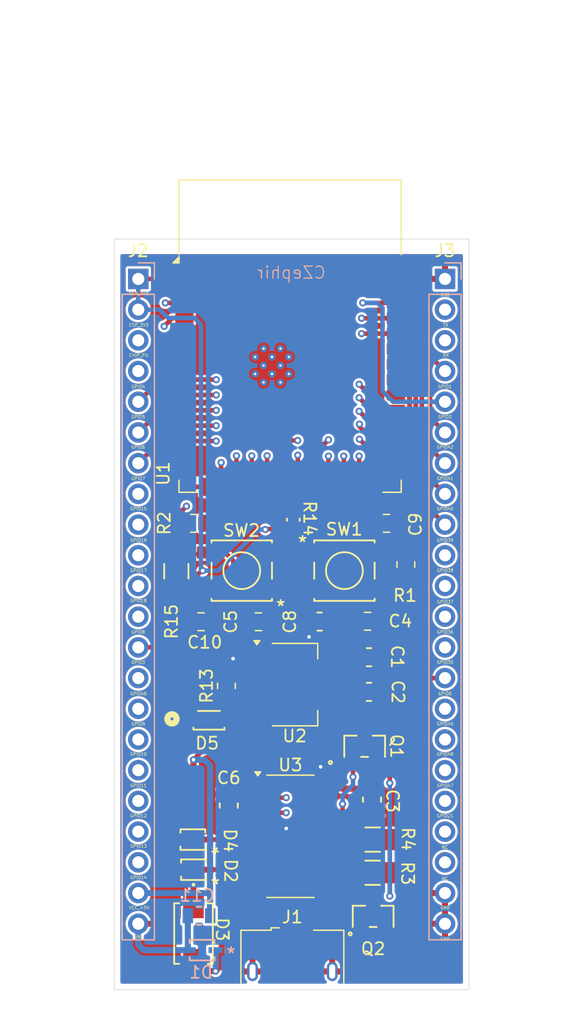
<source format=kicad_pcb>
(kicad_pcb (version 20240108) (generator "pcbnew") (generator_version "8.0")
  (layers (0 "F.Cu" signal) (1 "In1.Cu" signal) (2 "In2.Cu" signal) (31 "B.Cu" signal) (34 "B.Paste" user) (35 "F.Paste" user) (36 "B.SilkS" user "B.Silkscreen") (37 "F.SilkS" user "F.Silkscreen") (38 "B.Mask" user) (39 "F.Mask" user) (44 "Edge.Cuts" user))
  (net 0 "")
  (net 1 "VCC_5V")
  (net 2 "GND")
  (net 3 "+3V3")
  (net 4 "/GPIO0")
  (net 5 "/CHIP_PU")
  (net 6 "VBUS")
  (net 7 "/USB_D+")
  (net 8 "/USB_D-")
  (net 9 "Net-(D5-A)")
  (net 11 "/GPIO17")
  (net 12 "/GPIO10")
  (net 13 "/GPIO13")
  (net 14 "ESP_3V3")
  (net 15 "/GPIO18")
  (net 16 "/GPIO16")
  (net 17 "/GPIO14")
  (net 18 "/GPIO6")
  (net 19 "/GPIO12")
  (net 20 "/GPIO3")
  (net 21 "/GPIO46")
  (net 22 "/GPIO9")
  (net 23 "/GPIO7")
  (net 24 "/GPIO15")
  (net 25 "/GPIO8")
  (net 26 "/GPIO11")
  (net 27 "/GPIO4")
  (net 28 "/GPIO5")
  (net 29 "/GPIO2")
  (net 30 "/GPIO20")
  (net 31 "/GPIO42")
  (net 32 "/GPIO38")
  (net 33 "/GPIO36")
  (net 34 "/GPIO39")
  (net 35 "/GPIO19")
  (net 36 "/GPIO21")
  (net 37 "/GPIO37")
  (net 38 "/GPIO35")
  (net 39 "/GPIO1")
  (net 40 "/U0TXD")
  (net 41 "/GPIO48")
  (net 42 "/GPIO45")
  (net 43 "/GPIO47")
  (net 44 "/U0RXD")
  (net 45 "/GPIO40")
  (net 46 "/GPIO41")
  (net 51 "Net-(Q1-B)")
  (net 52 "Net-(Q1-E)")
  (net 53 "Net-(Q2-B)")
  (net 61 "Net-(D2-K)")
  (net 62 "Net-(D4-K)")
  (net 63 "Net-(Q2-E)")
  (footprint "FootprintLibrary:R_10k(1%)" (layer "F.Cu") (at 121.0056 89.7636)
    (property "Reference" "R3")
    (property "Value" "10k")
  )
  (footprint "Package_SO:SOIC-16_3.9x9.9mm_P1.27mm" (layer "F.Cu") (at 114.2 86.75)
    (property "Reference" "U3")
    (property "Value" "CH340C")
  )
  (footprint "FootprintLibrary:Schottky" (layer "F.Cu") (at 106.172 94.7928 -90)
    (property "Reference" "D3")
    (property "Value" "~")
  )
  (footprint "FootprintLibrary:R_0" (layer "F.Cu") (at 114.4397 60.5536 -90)
    (property "Reference" "R14")
    (property "Value" "0(1%)")
  )
  (footprint "Connector_USB:USB_Micro-B_Amphenol_10118193-0002LF_Horizontal" (layer "F.Cu") (at 114.36 97.93)
    (property "Reference" "J1")
    (property "Value" "USB_B_Micro")
  )
  (footprint "Capacitor_SMD:C_0805_2012Metric" (layer "F.Cu") (at 111.55 69 180)
    (property "Reference" "C5")
    (property "Value" "0.1uF")
  )
  (footprint "FootprintLibrary:C_size0805" (layer "F.Cu") (at 116.6114 68.985)
    (property "Reference" "C8")
    (property "Value" "10uF")
  )
  (footprint "FootprintLibrary:PTS 647 SN50 SMTR2 LFS" (layer "F.Cu") (at 110.1688 64.77 180)
    (property "Reference" "SW2")
    (property "Value" "~")
  )
  (footprint "FootprintLibrary:BSR14" (layer "F.Cu") (at 121.049999 93.3704)
    (property "Reference" "Q2")
    (property "Value" "2N2219")
  )
  (footprint "Resistor_SMD:R_0805_2012Metric" (layer "F.Cu") (at 123.7578 64.262 90)
    (property "Reference" "R1")
    (property "Value" "5.1k(1%)")
  )
  (footprint "FootprintLibrary:C_10uF" (layer "F.Cu") (at 120.7008 71.9328)
    (property "Reference" "C1")
    (property "Value" "10uF")
  )
  (footprint "FootprintLibrary:R_10k(1%)" (layer "F.Cu") (at 121.0056 87.0204)
    (property "Reference" "R4")
    (property "Value" "10k")
  )
  (footprint "FootprintLibrary:C_size0805" (layer "F.Cu") (at 120.7 74.8)
    (property "Reference" "C2")
    (property "Value" "22uF")
  )
  (footprint "FootprintLibrary:R_10k(1%)" (layer "F.Cu") (at 104.7496 64.8208 90)
    (property "Reference" "R15")
    (property "Value" "10K(1%)")
  )
  (footprint "Resistor_SMD:R_0805_2012Metric" (layer "F.Cu") (at 108.9 74.3 90)
    (property "Reference" "R13")
    (property "Value" "5.1k(1%)")
  )
  (footprint "Capacitor_SMD:C_0805_2012Metric" (layer "F.Cu") (at 122.1613 60.857)
    (property "Reference" "C9")
    (property "Value" "0.1uF")
  )
  (footprint "FootprintLibrary:PTS 647 SN50 SMTR2 LFS" (layer "F.Cu") (at 118.6688 64.77)
    (property "Reference" "SW1")
    (property "Value" "~")
  )
  (footprint "Capacitor_SMD:C_0805_2012Metric" (layer "F.Cu") (at 106.8 69 180)
    (property "Reference" "C10")
    (property "Value" "1uF")
  )
  (footprint "RF_Module:ESP32-S3-WROOM-1" (layer "F.Cu") (at 114.173 45.339)
    (property "Reference" "U1")
    (property "Value" "ESP32-S3-WROOM-1")
  )
  (footprint "FootprintLibrary:CR_041-1JY_STM" (layer "F.Cu") (at 106.1212 87.0204 180)
    (property "Reference" "D4")
    (property "Value" "SMA6J58CA-Q")
  )
  (footprint "Package_TO_SOT_SMD:SOT-223-3_TabPin2" (layer "F.Cu") (at 114.55 74.2)
    (property "Reference" "U2")
    (property "Value" "AZ1117-3.3")
  )
  (footprint "FootprintLibrary:C_size0805" (layer "F.Cu") (at 109.093 84.201 90)
    (property "Reference" "C6")
    (property "Value" "100nF")
  )
  (footprint "FootprintLibrary:CR_041-1JY_STM" (layer "F.Cu") (at 106.172 89.5096 180)
    (property "Reference" "D2")
    (property "Value" "SMA6J58CA-Q")
  )
  (footprint "FootprintLibrary:BSR14" (layer "F.Cu") (at 120.3452 79.2988)
    (property "Reference" "Q1")
    (property "Value" "2N2219")
  )
  (footprint "Resistor_SMD:R_0805_2012Metric" (layer "F.Cu") (at 106.1593 60.857)
    (property "Reference" "R2")
    (property "Value" "5.1k(1%)")
  )
  (footprint "Capacitor_SMD:C_0805_2012Metric" (layer "F.Cu") (at 120.5828 68.961)
    (property "Reference" "C4")
    (property "Value" "0.1uF")
  )
  (footprint "FootprintLibrary:LED_R" (layer "F.Cu") (at 107.45 77.15)
    (property "Reference" "D5")
    (property "Value" "LED")
  )
  (footprint "FootprintLibrary:C_size0805" (layer "F.Cu") (at 120.9548 83.7184 -90)
    (property "Reference" "C3")
    (property "Value" "100nF")
  )
  (footprint "FootprintLibrary:CR_041-1JY_STM" (layer "B.Cu") (at 106.8832 96.1644 180)
    (property "Reference" "D1")
    (property "Value" "SMA6J58CA-Q")
  )
  (footprint "Connector_PinHeader_2.54mm:PinHeader_1x22_P2.54mm_Vertical" (layer "B.Cu") (at 127 40.64 180)
    (property "Reference" "J3")
    (property "Value" "Conn_01x22_Pin")
  )
  (footprint "Connector_PinHeader_2.54mm:PinHeader_1x22_P2.54mm_Vertical" (layer "B.Cu") (at 101.6 40.64 180)
    (property "Reference" "J2")
    (property "Value" "Conn_01x22_Pin")
  )
  (footprint "FootprintLibrary:C_10uF" (layer "B.Cu") (at 106.6292 93.3196 180)
    (property "Reference" "C11")
    (property "Value" "10uF")
  )
  (gr_rect (start 99.6188 37.338) (end 128.9812 99.441) (stroke (width 0.05)) (fill none) (layer "Edge.Cuts"))
  (gr_text "CZephir" (at 117.2 40.7 0) (layer "B.SilkS") (effects (font (size 1 1) (thickness 0.1)) (justify left bottom mirror)))
  (gr_text "GPIO4" (at 101 49.7 0) (layer "F.SilkS") (effects (font (size 0.254 0.254) (thickness 0.0381) (bold yes)) (justify left bottom)))
  (gr_text "TX" (at 126.8 44.6 0) (layer "F.SilkS") (effects (font (size 0.254 0.254) (thickness 0.0381)) (justify left bottom)))
  (gr_text "GPIO15" (at 100.9 59.8 0) (layer "F.SilkS") (effects (font (size 0.254 0.254) (thickness 0.0381) (bold yes)) (justify left bottom)))
  (gr_text "GPIO47" (at 126.3 82.7 0) (layer "F.SilkS") (effects (font (size 0.254 0.254) (thickness 0.0381)) (justify left bottom)))
  (gr_text "ESP_3V3" (at 100.8 44.6 0) (layer "F.SilkS") (effects (font (size 0.254 0.254) (thickness 0.0381) (bold yes)) (justify left bottom)))
  (gr_text "GPIO37" (at 126.3 67.5 0) (layer "F.SilkS") (effects (font (size 0.254 0.254) (thickness 0.0381)) (justify left bottom)))
  (gr_text "GPIO41" (at 126.3 57.3 0) (layer "F.SilkS") (effects (font (size 0.254 0.254) (thickness 0.0381)) (justify left bottom)))
  (gr_text "GPIO1" (at 126.4 49.7 0) (layer "F.SilkS") (effects (font (size 0.254 0.254) (thickness 0.0381)) (justify left bottom)))
  (gr_text "ESP_3V3" (at 100.8 42 0) (layer "F.SilkS") (effects (font (size 0.254 0.254) (thickness 0.0381) (bold yes)) (justify left bottom)))
  (gr_text "GPIO16" (at 100.9 62.4 0) (layer "F.SilkS") (effects (font (size 0.254 0.254) (thickness 0.0381) (bold yes)) (justify left bottom)))
  (gr_text "GPIO12" (at 100.9 85.2 0) (layer "F.SilkS") (effects (font (size 0.254 0.254) (thickness 0.0381) (bold yes)) (justify left bottom)))
  (gr_text "GPIO38" (at 126.3 64.9 0) (layer "F.SilkS") (effects (font (size 0.254 0.254) (thickness 0.0381)) (justify left bottom)))
  (gr_text "GPIO21" (at 126.3 85.2 0) (layer "F.SilkS") (effects (font (size 0.254 0.254) (thickness 0.0381)) (justify left bottom)))
  (gr_text "VCC_+5V" (at 100.8 92.8 0) (layer "F.SilkS") (effects (font (size 0.254 0.254) (thickness 0.0381) (bold yes)) (justify left bottom)))
  (gr_text "GPIO0" (at 126.4 75.1 0) (layer "F.SilkS") (effects (font (size 0.254 0.254) (thickness 0.0381)) (justify left bottom)))
  (gr_text "GPIO17" (at 100.9 64.9 0) (layer "F.SilkS") (effects (font (size 0.254 0.254) (thickness 0.0381) (bold yes)) (justify left bottom)))
  (gr_text "GPIO13\n" (at 100.9 87.7 0) (layer "F.SilkS") (effects (font (size 0.254 0.254) (thickness 0.0381) (bold yes)) (justify left bottom)))
  (gr_text "GPIO35" (at 126.3 72.5 0) (layer "F.SilkS") (effects (font (size 0.254 0.254) (thickness 0.0381)) (justify left bottom)))
  (gr_text "GPIO11" (at 100.9 82.7 0) (layer "F.SilkS") (effects (font (size 0.254 0.254) (thickness 0.0381) (bold yes)) (justify left bottom)))
  (gr_text "GPIO9" (at 101 77.6 0) (layer "F.SilkS") (effects (font (size 0.254 0.254) (thickness 0.0381) (bold yes)) (justify left bottom)))
  (gr_text "GPIO36" (at 126.3 70 0) (layer "F.SilkS") (effects (font (size 0.254 0.254) (thickness 0.0381)) (justify left bottom)))
  (gr_text "GPIO8" (at 101 70 0) (layer "F.SilkS") (effects (font (size 0.254 0.254) (thickness 0.0381) (bold yes)) (justify left bottom)))
  (gr_text "GPIO18" (at 100.9 67.4 0) (layer "F.SilkS") (effects (font (size 0.254 0.254) (thickness 0.0381) (bold yes)) (justify left bottom)))
  (gr_text "GND" (at 126.6 92.8 0) (layer "F.SilkS") (effects (font (size 0.254 0.254) (thickness 0.0381) (bold yes)) (justify left bottom)))
  (gr_text "GND" (at 126.6 95.4 0) (layer "F.SilkS") (effects (font (size 0.254 0.254) (thickness 0.0381) (bold yes)) (justify left bottom)))
  (gr_text "GPIO42" (at 126.3 54.7 0) (layer "F.SilkS") (effects (font (size 0.254 0.254) (thickness 0.0381)) (justify left bottom)))
  (gr_text "GPIO10" (at 100.9 80.1 0) (layer "F.SilkS") (effects (font (size 0.254 0.254) (thickness 0.0381) (bold yes)) (justify left bottom)))
  (gr_text "GPIO46" (at 100.9 75.1 0) (layer "F.SilkS") (effects (font (size 0.254 0.254) (thickness 0.0381) (bold yes)) (justify left bottom)))
  (gr_text "GND" (at 126.6 42.1 0) (layer "F.SilkS") (effects (font (size 0.254 0.254) (thickness 0.0381) (bold yes)) (justify left bottom)))
  (gr_text "GPIO6" (at 101 54.7 0) (layer "F.SilkS") (effects (font (size 0.254 0.254) (thickness 0.0381) (bold yes)) (justify left bottom)))
  (gr_text "GPIO48" (at 126.3 80.1 0) (layer "F.SilkS") (effects (font (size 0.254 0.254) (thickness 0.0381)) (justify left bottom)))
  (gr_text "GPIO45" (at 126.3 77.6 0) (layer "F.SilkS") (effects (font (size 0.254 0.254) (thickness 0.0381)) (justify left bottom)))
  (gr_text "GND" (at 101.2 95.2 0) (layer "F.SilkS") (effects (font (size 0.254 0.254) (thickness 0.0381) (bold yes)) (justify left bottom)))
  (gr_text "RX" (at 126.8 47.1 0) (layer "F.SilkS") (effects (font (size 0.254 0.254) (thickness 0.0381)) (justify left bottom)))
  (gr_text "GPIO3" (at 101 72.5 0) (layer "F.SilkS") (effects (font (size 0.254 0.254) (thickness 0.0381) (bold yes)) (justify left bottom)))
  (gr_text "GPIO39" (at 126.3 62.4 0) (layer "F.SilkS") (effects (font (size 0.254 0.254) (thickness 0.0381)) (justify left bottom)))
  (gr_text "NC" (at 126.7 90.4 0) (layer "F.SilkS") (effects (font (size 0.254 0.254) (thickness 0.0381)) (justify left bottom)))
  (gr_text "GPIO2" (at 126.4 52.2 0) (layer "F.SilkS") (effects (font (size 0.254 0.254) (thickness 0.0381)) (justify left bottom)))
  (gr_text "GPIO7" (at 101 57.3 0) (layer "F.SilkS") (effects (font (size 0.254 0.254) (thickness 0.0381) (bold yes)) (justify left bottom)))
  (gr_text "GPIO14\n" (at 100.9 90.3 0) (layer "F.SilkS") (effects (font (size 0.254 0.254) (thickness 0.0381) (bold yes)) (justify left bottom)))
  (gr_text "GPIO40" (at 126.3 59.8 0) (layer "F.SilkS") (effects (font (size 0.254 0.254) (thickness 0.0381)) (justify left bottom)))
  (gr_text "GPIO5\n" (at 101 52.2 0) (layer "F.SilkS") (effects (font (size 0.254 0.254) (thickness 0.0381) (bold yes)) (justify left bottom)))
  (gr_text "CHIP_PU" (at 100.8 47.1 0) (layer "F.SilkS") (effects (font (size 0.254 0.254) (thickness 0.0381) (bold yes)) (justify left bottom)))
  (gr_text "NC" (at 126.7 87.8 0) (layer "F.SilkS") (effects (font (size 0.254 0.254) (thickness 0.0381)) (justify left bottom)))
  (segment (start 119.7832 70.92) (end 122.42 70.92) (width 0.381) (layer "F.Cu") (net 1))
  (segment (start 119.7737 70.9295) (end 119.7832 70.92) (width 0.381) (layer "F.Cu") (net 1))
  (segment (start 123.5 72) (end 123.5 76.55) (width 0.381) (layer "F.Cu") (net 1))
  (segment (start 119.7737 71.9328) (end 119.7737 70.9295) (width 0.381) (layer "F.Cu") (net 1))
  (segment (start 123.45 76.5) (end 123.5 76.55) (width 0.381) (layer "F.Cu") (net 1))
  (segment (start 106.9384 79.65) (end 106.172 80.4164) (width 0.381) (layer "F.Cu") (net 1))
  (segment (start 123.5 78.2) (end 122.05 79.65) (width 0.381) (layer "F.Cu") (net 1))
  (segment (start 122.42 70.92) (end 123.5 72) (width 0.381) (layer "F.Cu") (net 1))
  (segment (start 122.05 79.65) (end 106.9384 79.65) (width 0.381) (layer "F.Cu") (net 1))
  (segment (start 106.172 92.583) (end 106.172 80.4164) (width 0.508) (layer "F.Cu") (net 1))
  (segment (start 123.5 76.55) (end 123.5 78.2) (width 0.381) (layer "F.Cu") (net 1))
  (segment (start 111.4 76.5) (end 123.45 76.5) (width 0.381) (layer "F.Cu") (net 1))
  (via (at 106.172 80.4164) (size 0.6) (drill 0.3) (layers "F.Cu" "B.Cu") (net 1))
  (segment (start 107.0664 80.4164) (end 106.172 80.4164) (width 0.508) (layer "B.Cu") (net 1))
  (segment (start 107.5436 80.8936) (end 107.0664 80.4164) (width 0.508) (layer "B.Cu") (net 1))
  (segment (start 107.5436 91.44) (end 107.5436 80.8936) (width 0.508) (layer "B.Cu") (net 1))
  (segment (start 107.5436 93.3196) (end 107.5436 91.44) (width 0.508) (layer "B.Cu") (net 1))
  (segment (start 101.6 91.44) (end 107.5436 91.44) (width 0.508) (layer "B.Cu") (net 1))
  (segment (start 105.7656 93.5101) (end 105.9561 93.3196) (width 0.381) (layer "B.Cu") (net 2))
  (segment (start 105.7021 96.1009) (end 105.7656 96.1644) (width 0.381) (layer "B.Cu") (net 2))
  (segment (start 105.7021 93.3196) (end 105.7021 96.1009) (width 0.508) (layer "B.Cu") (net 2))
  (segment (start 102.0572 96.1644) (end 105.7656 96.1644) (width 0.508) (layer "B.Cu") (net 2))
  (segment (start 101.6 95.7072) (end 102.0572 96.1644) (width 0.508) (layer "B.Cu") (net 2))
  (segment (start 101.6 93.98) (end 101.6 95.7072) (width 0.508) (layer "B.Cu") (net 2))
  (segment (start 118.3 74.8) (end 117.7 74.2) (width 0.381) (layer "F.Cu") (net 3))
  (segment (start 120.130101 59.775801) (end 121.2113 60.857) (width 0.508) (layer "F.Cu") (net 3))
  (segment (start 117 67.5) (end 116.15 67.5) (width 0.508) (layer "F.Cu") (net 3))
  (segment (start 118.505 82.805) (end 120.9411 82.805) (width 0.508) (layer "F.Cu") (net 3))
  (segment (start 109.7125 74.2) (end 108.9 73.3875) (width 0.508) (layer "F.Cu") (net 3))
  (segment (start 116.7 82.28) (end 116.675 82.305) (width 0.508) (layer "F.Cu") (net 3))
  (segment (start 120.9411 82.805) (end 120.9548 82.7913) (width 0.508) (layer "F.Cu") (net 3))
  (segment (start 108.152999 59.775801) (end 107.0718 60.857) (width 0.508) (layer "F.Cu") (net 3))
  (segment (start 109.2798 86.115) (end 109.093 85.9282) (width 0.508) (layer "F.Cu") (net 3))
  (segment (start 117.45 67.05) (end 117 67.5) (width 0.508) (layer "F.Cu") (net 3))
  (segment (start 117.45 59.775801) (end 120.130101 59.775801) (width 0.508) (layer "F.Cu") (net 3))
  (segment (start 115.6843 67.9657) (end 115.6843 68.985) (width 0.508) (layer "F.Cu") (net 3))
  (segment (start 114.4397 59.775801) (end 108.152999 59.775801) (width 0.508) (layer "F.Cu") (net 3))
  (segment (start 119.7729 74.8) (end 118.3 74.8) (width 0.381) (layer "F.Cu") (net 3))
  (segment (start 113.85 86.1) (end 111.74 86.1) (width 0.508) (layer "F.Cu") (net 3))
  (segment (start 116.7 81) (end 116.7 82.28) (width 0.508) (layer "F.Cu") (net 3))
  (segment (start 116.15 67.5) (end 115.6843 67.9657) (width 0.508) (layer "F.Cu") (net 3))
  (segment (start 118.005 82.305) (end 118.505 82.805) (width 0.508) (layer "F.Cu") (net 3))
  (segment (start 116.675 82.305) (end 118.005 82.305) (width 0.508) (layer "F.Cu") (net 3))
  (segment (start 111.4 74.2) (end 109.7125 74.2) (width 0.508) (layer "F.Cu") (net 3))
  (segment (start 108.9 73.3875) (end 108.9 72.6) (width 0.508) (layer "F.Cu") (net 3))
  (segment (start 121.2113 60.857) (end 121.2653 60.857) (width 0.508) (layer "F.Cu") (net 3))
  (segment (start 121.2653 60.857) (end 123.7578 63.3495) (width 0.508) (layer "F.Cu") (net 3))
  (segment (start 108.9 72.6) (end 109.45 72.05) (width 0.508) (layer "F.Cu") (net 3))
  (segment (start 118.3 74.8) (end 115.7405 72.2405) (width 0.381) (layer "F.Cu") (net 3))
  (segment (start 109.093 85.9282) (end 109.093 85.1281) (width 0.508) (layer "F.Cu") (net 3))
  (segment (start 111.74 86.1) (end 111.725 86.115) (width 0.508) (layer "F.Cu") (net 3))
  (segment (start 111.725 86.115) (end 109.2798 86.115) (width 0.508) (layer "F.Cu") (net 3))
  (segment (start 114.4397 59.775801) (end 117.45 59.775801) (width 0.508) (layer "F.Cu") (net 3))
  (segment (start 115.7405 69.0412) (end 115.6843 68.985) (width 0.381) (layer "F.Cu") (net 3))
  (segment (start 117.45 59.775801) (end 117.45 67.05) (width 0.508) (layer "F.Cu") (net 3))
  (segment (start 115.7405 72.2405) (end 115.7405 69.0412) (width 0.381) (layer "F.Cu") (net 3))
  (via (at 113.85 86.1) (size 0.6) (drill 0.3) (layers "F.Cu" "B.Cu") (net 3))
  (via (at 109.45 72.05) (size 0.6) (drill 0.3) (layers "F.Cu" "B.Cu") (net 3))
  (via (at 116.7 81) (size 0.6) (drill 0.3) (layers "F.Cu" "B.Cu") (net 3))
  (via (at 115.7405 70.25) (size 0.6) (drill 0.3) (layers "F.Cu" "B.Cu") (net 3))
  (segment (start 121.5263 68.9545) (end 121.5328 68.961) (width 0.381) (layer "F.Cu") (net 4))
  (segment (start 121.022201 95.122201) (end 121.3627 95.4627) (width 0.381) (layer "F.Cu") (net 4))
  (segment (start 124.625 69.5578) (end 124.625 73.66) (width 0.381) (layer "F.Cu") (net 4))
  (segment (start 121.5328 68.961) (end 124.0282 68.961) (width 0.381) (layer "F.Cu") (net 4))
  (segment (start 121.049999 92.1258) (end 121.022201 92.153598) (width 0.381) (layer "F.Cu") (net 4))
  (segment (start 122.923 56.589) (end 122.923 58.2038) (width 0.381) (layer "F.Cu") (net 4))
  (segment (start 122.6623 66.27) (end 123.7578 65.1745) (width 0.381) (layer "F.Cu") (net 4))
  (segment (start 121.5263 66.27) (end 122.6623 66.27) (width 0.381) (layer "F.Cu") (net 4))
  (segment (start 121.5263 66.27) (end 121.5263 68.9545) (width 0.381) (layer "F.Cu") (net 4))
  (segment (start 121.022201 92.153598) (end 121.022201 95.122201) (width 0.381) (layer "F.Cu") (net 4))
  (segment (start 121.3627 95.4627) (end 123.5373 95.4627) (width 0.381) (layer "F.Cu") (net 4))
  (segment (start 124.968 64.8208) (end 124.6143 65.1745) (width 0.381) (layer "F.Cu") (net 4))
  (segment (start 124.0282 68.961) (end 124.625 69.5578) (width 0.381) (layer "F.Cu") (net 4))
  (segment (start 124.625 94.375) (end 124.625 73.66) (width 0.381) (layer "F.Cu") (net 4))
  (segment (start 127 73.66) (end 124.625 73.66) (width 0.381) (layer "F.Cu") (net 4))
  (segment (start 124.6143 65.1745) (end 123.7578 65.1745) (width 0.381) (layer "F.Cu") (net 4))
  (segment (start 123.5373 95.4627) (end 124.625 94.375) (width 0.381) (layer "F.Cu") (net 4))
  (segment (start 122.923 58.2038) (end 124.968 60.2488) (width 0.381) (layer "F.Cu") (net 4))
  (segment (start 124.968 60.2488) (end 124.968 64.8208) (width 0.381) (layer "F.Cu") (net 4))
  (segment (start 108.7868 63.27) (end 109.474 63.9572) (width 0.381) (layer "F.Cu") (net 5))
  (segment (start 107.75 77.65) (end 107.75 69) (width 0.381) (layer "F.Cu") (net 5))
  (segment (start 110.6 69) (end 109.435 69) (width 0.381) (layer "F.Cu") (net 5))
  (segment (start 104.7496 63.3984) (end 107.1829 63.3984) (width 0.381) (layer "F.Cu") (net 5))
  (segment (start 107.75 69) (end 109.435 69) (width 0.381) (layer "F.Cu") (net 5))
  (segment (start 119.4958 78.0542) (end 119.2 78.35) (width 0.381) (layer "F.Cu") (net 5))
  (segment (start 107.3113 63.27) (end 108.7868 63.27) (width 0.381) (layer "F.Cu") (net 5))
  (segment (start 108.45 78.35) (end 107.75 77.65) (width 0.381) (layer "F.Cu") (net 5))
  (segment (start 105.2468 62.0884) (end 105.2468 60.857) (width 0.381) (layer "F.Cu") (net 5))
  (segment (start 119.2 78.35) (end 108.45 78.35) (width 0.381) (layer "F.Cu") (net 5))
  (segment (start 104.7496 63.3984) (end 104.7496 62.5856) (width 0.381) (layer "F.Cu") (net 5))
  (segment (start 105.5925 59.438008) (end 105.2468 59.783708) (width 0.381) (layer "F.Cu") (net 5))
  (segment (start 107.1829 63.3984) (end 107.3113 63.27) (width 0.381) (layer "F.Cu") (net 5))
  (segment (start 103.8352 42.6212) (end 105.4208 42.6212) (width 0.381) (layer "F.Cu") (net 5))
  (segment (start 109.474 63.9572) (end 109.474 68.939) (width 0.381) (layer "F.Cu") (net 5))
  (segment (start 109.474 68.961) (end 109.463 68.95) (width 0.381) (layer "F.Cu") (net 5))
  (segment (start 120.3452 78.0542) (end 119.4958 78.0542) (width 0.381) (layer "F.Cu") (net 5))
  (segment (start 104.7496 62.5856) (end 105.2468 62.0884) (width 0.381) (layer "F.Cu") (net 5))
  (segment (start 109.474 68.939) (end 109.463 68.95) (width 0.381) (layer "F.Cu") (net 5))
  (segment (start 105.4208 42.6212) (end 105.423 42.619) (width 0.381) (layer "F.Cu") (net 5))
  (segment (start 105.2468 59.783708) (end 105.2468 60.857) (width 0.381) (layer "F.Cu") (net 5))
  (segment (start 109.435 69) (end 109.474 68.961) (width 0.381) (layer "F.Cu") (net 5))
  (via (at 105.5925 59.438008) (size 0.6) (drill 0.3) (layers "F.Cu" "B.Cu") (net 5))
  (via (at 103.8352 42.6212) (size 0.6) (drill 0.3) (layers "F.Cu" "B.Cu") (net 5))
  (segment (start 107.0694 97.9) (end 106.172 97.0026) (width 0.508) (layer "F.Cu") (net 6))
  (segment (start 113.05 93.15) (end 113.05 95.325) (width 0.381) (layer "F.Cu") (net 6))
  (segment (start 108 97.9) (end 108.5088 97.3912) (width 0.508) (layer "F.Cu") (net 6))
  (segment (start 113.05 93.04) (end 112.56 92.55) (width 0.381) (layer "F.Cu") (net 6))
  (segment (start 108.5088 93.345) (end 109.3038 92.55) (width 0.508) (layer "F.Cu") (net 6))
  (segment (start 112.56 92.55) (end 112.0148 92.55) (width 0.381) (layer "F.Cu") (net 6))
  (segment (start 108.5088 97.3912) (end 108.5088 93.345) (width 0.508) (layer "F.Cu") (net 6))
  (segment (start 109.3038 92.55) (end 112.0148 92.55) (width 0.508) (layer "F.Cu") (net 6))
  (segment (start 108 97.9) (end 107.0694 97.9) (width 0.508) (layer "F.Cu") (net 6))
  (via (at 108 97.9) (size 0.6) (drill 0.3) (layers "F.Cu" "B.Cu") (net 6))
  (segment (start 108.0008 97.8992) (end 108.0008 96.1644) (width 0.508) (layer "B.Cu") (net 6))
  (segment (start 108 97.9) (end 108.0008 97.8992) (width 0.508) (layer "B.Cu") (net 6))
  (segment (start 108.9 75.2125) (end 108.9 77.0252) (width 0.381) (layer "F.Cu") (net 9))
  (segment (start 108.9 77.0252) (end 108.9105 77.0357) (width 0.381) (layer "F.Cu") (net 9))
  (segment (start 105.423 51.509) (end 108.0516 51.509) (width 0.381) (layer "F.Cu") (net 11))
  (via (at 108.0516 51.509) (size 0.6) (drill 0.3) (layers "F.Cu" "B.Cu") (net 11))
  (segment (start 110.998 57.839) (end 110.998 55.2704) (width 0.381) (layer "F.Cu") (net 12))
  (via (at 110.998 55.2704) (size 0.6) (drill 0.3) (layers "F.Cu" "B.Cu") (net 12))
  (segment (start 114.808 55.2196) (end 114.808 57.839) (width 0.381) (layer "F.Cu") (net 13))
  (via (at 114.808 55.2196) (size 0.6) (drill 0.3) (layers "F.Cu" "B.Cu") (net 13))
  (segment (start 106.934 64.77) (end 106.8578 64.77) (width 0.381) (layer "F.Cu") (net 14))
  (segment (start 103.8838 41.349) (end 105.423 41.349) (width 0.381) (layer "F.Cu") (net 14))
  (segment (start 114.4397 61.331399) (end 112.150601 61.331399) (width 0.381) (layer "F.Cu") (net 14))
  (segment (start 101.6 40.64) (end 103.1748 40.64) (width 0.381) (layer "F.Cu") (net 14))
  (segment (start 103.1748 40.64) (end 103.8838 41.349) (width 0.381) (layer "F.Cu") (net 14))
  (segment (start 106.8578 64.77) (end 105.3846 66.2432) (width 0.381) (layer "F.Cu") (net 14))
  (segment (start 112.150601 61.331399) (end 112.1156 61.3664) (width 0.381) (layer "F.Cu") (net 14))
  (segment (start 105.3846 66.2432) (end 104.7496 66.2432) (width 0.381) (layer "F.Cu") (net 14))
  (via (at 106.934 64.77) (size 0.6) (drill 0.3) (layers "F.Cu" "B.Cu") (net 14))
  (via (at 112.1156 61.3664) (size 0.6) (drill 0.3) (layers "F.Cu" "B.Cu") (net 14))
  (segment (start 106.79 64.626) (end 106.79 44.4076) (width 0.381) (layer "B.Cu") (net 14))
  (segment (start 106.934 64.77) (end 108.204 64.77) (width 0.381) (layer "B.Cu") (net 14))
  (segment (start 106.249158 43.866758) (end 104.064758 43.866758) (width 0.381) (layer "B.Cu") (net 14))
  (segment (start 108.204 64.77) (end 111.6076 61.3664) (width 0.381) (layer "B.Cu") (net 14))
  (segment (start 104.064758 43.866758) (end 103.378 43.18) (width 0.381) (layer "B.Cu") (net 14))
  (segment (start 101.6 40.64) (end 101.6 43.18) (width 0.381) (layer "B.Cu") (net 14))
  (segment (start 106.934 64.77) (end 106.79 64.626) (width 0.381) (layer "B.Cu") (net 14))
  (segment (start 103.378 43.18) (end 101.6 43.18) (width 0.381) (layer "B.Cu") (net 14))
  (segment (start 111.6076 61.3664) (end 112.1156 61.3664) (width 0.381) (layer "B.Cu") (net 14))
  (segment (start 106.79 44.4076) (end 106.249158 43.866758) (width 0.381) (layer "B.Cu") (net 14))
  (segment (start 105.423 52.779) (end 108.0516 52.779) (width 0.381) (layer "F.Cu") (net 15))
  (via (at 108.0516 52.779) (size 0.6) (drill 0.3) (layers "F.Cu" "B.Cu") (net 15))
  (segment (start 105.423 50.239) (end 108.0516 50.239) (width 0.381) (layer "F.Cu") (net 16))
  (via (at 108.0516 50.239) (size 0.6) (drill 0.3) (layers "F.Cu" "B.Cu") (net 16))
  (segment (start 116.078 55.2196) (end 116.078 57.839) (width 0.381) (layer "F.Cu") (net 17))
  (segment (start 117.348 53.9496) (end 116.078 55.2196) (width 0.381) (layer "F.Cu") (net 17))
  (via (at 117.348 53.9496) (size 0.6) (drill 0.3) (layers "F.Cu" "B.Cu") (net 17))
  (segment (start 103.3485 47.3725) (end 103.3485 51.5915) (width 0.381) (layer "F.Cu") (net 18))
  (segment (start 103.3485 51.5915) (end 101.6 53.34) (width 0.381) (layer "F.Cu") (net 18))
  (segment (start 104.292 46.429) (end 103.3485 47.3725) (width 0.381) (layer "F.Cu") (net 18))
  (segment (start 105.423 46.429) (end 104.292 46.429) (width 0.381) (layer "F.Cu") (net 18))
  (segment (start 114.05 54) (end 113.538 54.512) (width 0.381) (layer "F.Cu") (net 19))
  (segment (start 113.538 54.512) (end 113.538 57.839) (width 0.381) (layer "F.Cu") (net 19))
  (segment (start 114.8 54) (end 114.05 54) (width 0.381) (layer "F.Cu") (net 19))
  (via (at 114.8 54) (size 0.6) (drill 0.3) (layers "F.Cu" "B.Cu") (net 19))
  (segment (start 103.8066 57.839) (end 103.378 58.2676) (width 0.381) (layer "F.Cu") (net 20))
  (segment (start 102.616 71.12) (end 101.6 71.12) (width 0.381) (layer "F.Cu") (net 20))
  (segment (start 107.188 57.839) (end 103.8066 57.839) (width 0.381) (layer "F.Cu") (net 20))
  (segment (start 103.378 58.2676) (end 103.378 70.358) (width 0.381) (layer "F.Cu") (net 20))
  (segment (start 103.378 70.358) (end 102.616 71.12) (width 0.381) (layer "F.Cu") (net 20))
  (segment (start 108.458 57.839) (end 108.458 55.8292) (width 0.381) (layer "F.Cu") (net 21))
  (via (at 108.458 55.8292) (size 0.6) (drill 0.3) (layers "F.Cu" "B.Cu") (net 21))
  (segment (start 109.728 57.839) (end 109.728 55.2704) (width 0.381) (layer "F.Cu") (net 22))
  (via (at 109.728 55.2704) (size 0.6) (drill 0.3) (layers "F.Cu" "B.Cu") (net 22))
  (segment (start 105.423 47.699) (end 104.292 47.699) (width 0.381) (layer "F.Cu") (net 23))
  (segment (start 103.886 53.594) (end 101.6 55.88) (width 0.381) (layer "F.Cu") (net 23))
  (segment (start 103.886 48.105) (end 103.886 53.594) (width 0.381) (layer "F.Cu") (net 23))
  (segment (start 104.292 47.699) (end 103.886 48.105) (width 0.381) (layer "F.Cu") (net 23))
  (segment (start 105.423 48.969) (end 108.0516 48.969) (width 0.381) (layer "F.Cu") (net 24))
  (via (at 108.0516 48.969) (size 0.6) (drill 0.3) (layers "F.Cu" "B.Cu") (net 24))
  (segment (start 105.423 54.049) (end 108.0516 54.049) (width 0.381) (layer "F.Cu") (net 25))
  (via (at 108.0516 54.049) (size 0.6) (drill 0.3) (layers "F.Cu" "B.Cu") (net 25))
  (segment (start 112.268 57.839) (end 112.268 55.2704) (width 0.381) (layer "F.Cu") (net 26))
  (via (at 112.268 55.2704) (size 0.6) (drill 0.3) (layers "F.Cu" "B.Cu") (net 26))
  (segment (start 103.739258 44.557258) (end 104.407516 43.889) (width 0.381) (layer "F.Cu") (net 27))
  (segment (start 104.407516 43.889) (end 105.423 43.889) (width 0.381) (layer "F.Cu") (net 27))
  (via (at 103.739258 44.557258) (size 0.6) (drill 0.3) (layers "F.Cu" "B.Cu") (net 27))
  (segment (start 105.423 45.159) (end 104.292 45.159) (width 0.381) (layer "F.Cu") (net 28))
  (segment (start 102.8405 49.5595) (end 101.6 50.8) (width 0.381) (layer "F.Cu") (net 28))
  (segment (start 104.292 45.159) (end 102.8405 46.6105) (width 0.381) (layer "F.Cu") (net 28))
  (segment (start 102.8405 46.6105) (end 102.8405 49.5595) (width 0.381) (layer "F.Cu") (net 28))
  (segment (start 120.1906 42.619) (end 122.923 42.619) (width 0.381) (layer "F.Cu") (net 29))
  (via (at 120.1906 42.619) (size 0.6) (drill 0.3) (layers "F.Cu" "B.Cu") (net 29))
  (segment (start 122.71 50.8) (end 127 50.8) (width 0.381) (layer "B.Cu") (net 29))
  (segment (start 121.82 49.91) (end 122.71 50.8) (width 0.381) (layer "B.Cu") (net 29))
  (segment (start 121.409 42.619) (end 121.82 43.03) (width 0.381) (layer "B.Cu") (net 29))
  (segment (start 120.1906 42.619) (end 121.409 42.619) (width 0.381) (layer "B.Cu") (net 29))
  (segment (start 121.82 43.03) (end 121.82 49.91) (width 0.381) (layer "B.Cu") (net 29))
  (segment (start 123.645 46.429) (end 122.923 46.429) (width 0.381) (layer "F.Cu") (net 31))
  (segment (start 125.7595 52.0995) (end 125.7595 48.5435) (width 0.381) (layer "F.Cu") (net 31))
  (segment (start 127 53.34) (end 125.7595 52.0995) (width 0.381) (layer "F.Cu") (net 31))
  (segment (start 125.7595 48.5435) (end 123.645 46.429) (width 0.381) (layer "F.Cu") (net 31))
  (segment (start 122.0448 51.509) (end 122.923 51.509) (width 0.381) (layer "F.Cu") (net 32))
  (segment (start 119.888 49.3522) (end 122.0448 51.509) (width 0.381) (layer "F.Cu") (net 32))
  (via (at 119.888 49.3522) (size 0.6) (drill 0.3) (layers "F.Cu" "B.Cu") (net 32))
  (segment (start 119.888 51.5874) (end 122.3496 54.049) (width 0.381) (layer "F.Cu") (net 33))
  (segment (start 122.3496 54.049) (end 122.923 54.049) (width 0.381) (layer "F.Cu") (net 33))
  (via (at 119.888 51.5874) (size 0.6) (drill 0.3) (layers "F.Cu" "B.Cu") (net 33))
  (segment (start 124.0635 58.0235) (end 124.0635 50.2485) (width 0.381) (layer "F.Cu") (net 34))
  (segment (start 127 60.96) (end 124.0635 58.0235) (width 0.381) (layer "F.Cu") (net 34))
  (segment (start 124.0635 50.2485) (end 124.054 50.239) (width 0.381) (layer "F.Cu") (net 34))
  (segment (start 124.054 50.239) (end 122.923 50.239) (width 0.381) (layer "F.Cu") (net 34))
  (segment (start 117.348 57.839) (end 117.348 55.2958) (width 0.381) (layer "F.Cu") (net 36))
  (via (at 117.348 55.2958) (size 0.6) (drill 0.3) (layers "F.Cu" "B.Cu") (net 36))
  (segment (start 119.888 50.4698) (end 122.1972 52.779) (width 0.381) (layer "F.Cu") (net 37))
  (segment (start 122.1972 52.779) (end 122.923 52.779) (width 0.381) (layer "F.Cu") (net 37))
  (via (at 119.888 50.4698) (size 0.6) (drill 0.3) (layers "F.Cu" "B.Cu") (net 37))
  (segment (start 119.9134 52.6542) (end 119.9134 52.8575) (width 0.381) (layer "F.Cu") (net 38))
  (segment (start 122.3749 55.319) (end 122.923 55.319) (width 0.381) (layer "F.Cu") (net 38))
  (segment (start 119.9134 52.8575) (end 122.3749 55.319) (width 0.381) (layer "F.Cu") (net 38))
  (via (at 119.9134 52.6542) (size 0.6) (drill 0.3) (layers "F.Cu" "B.Cu") (net 38))
  (segment (start 127 48.26) (end 125.6284 46.8884) (width 0.381) (layer "F.Cu") (net 39))
  (segment (start 125.6284 46.8884) (end 125.6284 42.3672) (width 0.381) (layer "F.Cu") (net 39))
  (segment (start 125.6284 42.3672) (end 124.6102 41.349) (width 0.381) (layer "F.Cu") (net 39))
  (segment (start 124.6102 41.349) (end 122.923 41.349) (width 0.381) (layer "F.Cu") (net 39))
  (segment (start 120.0912 43.8912) (end 122.9208 43.8912) (width 0.381) (layer "F.Cu") (net 40))
  (segment (start 113.85 84.8) (end 111.77 84.8) (width 0.381) (layer "F.Cu") (net 40))
  (segment (start 122.9208 43.8912) (end 122.923 43.889) (width 0.381) (layer "F.Cu") (net 40))
  (via (at 113.85 84.8) (size 0.6) (drill 0.3) (layers "F.Cu" "B.Cu") (net 40))
  (via (at 120.0912 43.8912) (size 0.6) (drill 0.3) (layers "F.Cu" "B.Cu") (net 40))
  (segment (start 119.888 57.839) (end 119.888 55.2958) (width 0.381) (layer "F.Cu") (net 41))
  (via (at 119.888 55.2958) (size 0.6) (drill 0.3) (layers "F.Cu" "B.Cu") (net 41))
  (segment (start 121.158 57.839) (end 121.158 55.1434) (width 0.381) (layer "F.Cu") (net 42))
  (segment (start 121.158 55.1434) (end 119.9134 53.8988) (width 0.381) (layer "F.Cu") (net 42))
  (via (at 119.9134 53.8988) (size 0.6) (drill 0.3) (layers "F.Cu" "B.Cu") (net 42))
  (segment (start 118.618 57.839) (end 118.618 55.2958) (width 0.381) (layer "F.Cu") (net 43))
  (via (at 118.618 55.2958) (size 0.6) (drill 0.3) (layers "F.Cu" "B.Cu") (net 43))
  (segment (start 113.85 83.55) (end 111.75 83.55) (width 0.381) (layer "F.Cu") (net 44))
  (segment (start 120.0912 45.1612) (end 122.9208 45.1612) (width 0.381) (layer "F.Cu") (net 44))
  (segment (start 122.9208 45.1612) (end 122.923 45.159) (width 0.381) (layer "F.Cu") (net 44))
  (via (at 113.85 83.55) (size 0.6) (drill 0.3) (layers "F.Cu" "B.Cu") (net 44))
  (via (at 120.0912 45.1612) (size 0.6) (drill 0.3) (layers "F.Cu" "B.Cu") (net 44))
  (segment (start 124.054 48.969) (end 124.5715 49.4865) (width 0.381) (layer "F.Cu") (net 45))
  (segment (start 124.5715 49.4865) (end 124.5715 55.9915) (width 0.381) (layer "F.Cu") (net 45))
  (segment (start 124.5715 55.9915) (end 127 58.42) (width 0.381) (layer "F.Cu") (net 45))
  (segment (start 122.923 48.969) (end 124.054 48.969) (width 0.381) (layer "F.Cu") (net 45))
  (segment (start 123.634 47.699) (end 122.923 47.699) (width 0.381) (layer "F.Cu") (net 46))
  (segment (start 125.0795 53.9595) (end 125.0795 49.1445) (width 0.381) (layer "F.Cu") (net 46))
  (segment (start 127 55.88) (end 125.0795 53.9595) (width 0.381) (layer "F.Cu") (net 46))
  (segment (start 125.0795 49.1445) (end 123.634 47.699) (width 0.381) (layer "F.Cu") (net 46))
  (segment (start 121.9962 80.5434) (end 121.295201 80.5434) (width 0.381) (layer "F.Cu") (net 51))
  (segment (start 122.428 82.3468) (end 122.428 80.9752) (width 0.381) (layer "F.Cu") (net 51))
  (segment (start 122.428 89.7636) (end 122.428 91.694) (width 0.381) (layer "F.Cu") (net 51))
  (segment (start 122.428 80.9752) (end 121.9962 80.5434) (width 0.381) (layer "F.Cu") (net 51))
  (via (at 122.428 91.694) (size 0.6) (drill 0.3) (layers "F.Cu" "B.Cu") (net 51))
  (via (at 122.428 82.3468) (size 0.6) (drill 0.3) (layers "F.Cu" "B.Cu") (net 51))
  (segment (start 122.428 91.694) (end 122.428 82.3468) (width 0.381) (layer "B.Cu") (net 51))
  (segment (start 119.4336 85.55) (end 119.5832 85.6996) (width 0.381) (layer "F.Cu") (net 52))
  (segment (start 119.5832 85.6996) (end 119.5832 87.0204) (width 0.381) (layer "F.Cu") (net 52))
  (segment (start 118.7 85.55) (end 119.4336 85.55) (width 0.381) (layer "F.Cu") (net 52))
  (segment (start 118.5164 84.074) (end 118.5164 85.3664) (width 0.381) (layer "F.Cu") (net 52))
  (segment (start 119.38 80.558599) (end 119.395199 80.5434) (width 0.381) (layer "F.Cu") (net 52))
  (segment (start 118.5114 84.845) (end 118.5164 84.85) (width 0.381) (layer "F.Cu") (net 52))
  (segment (start 118.5164 85.3664) (end 118.7 85.55) (width 0.381) (layer "F.Cu") (net 52))
  (segment (start 116.675 84.845) (end 118.5114 84.845) (width 0.381) (layer "F.Cu") (net 52))
  (segment (start 119.38 81.8388) (end 119.38 80.558599) (width 0.381) (layer "F.Cu") (net 52))
  (via (at 119.38 81.8388) (size 0.6) (drill 0.3) (layers "F.Cu" "B.Cu") (net 52))
  (via (at 118.5164 84.074) (size 0.6) (drill 0.3) (layers "F.Cu" "B.Cu") (net 52))
  (segment (start 118.5164 83.3628) (end 118.5164 84.074) (width 0.381) (layer "B.Cu") (net 52))
  (segment (start 119.38 81.8388) (end 119.38 82.4992) (width 0.381) (layer "B.Cu") (net 52))
  (segment (start 119.38 82.4992) (end 118.5164 83.3628) (width 0.381) (layer "B.Cu") (net 52))
  (segment (start 123.7488 87.2744) (end 123.4948 87.0204) (width 0.381) (layer "F.Cu") (net 53))
  (segment (start 122 94.615) (end 122.9614 94.615) (width 0.381) (layer "F.Cu") (net 53))
  (segment (start 123.7488 93.8276) (end 123.7488 87.2744) (width 0.381) (layer "F.Cu") (net 53))
  (segment (start 123.4948 87.0204) (end 122.428 87.0204) (width 0.381) (layer "F.Cu") (net 53))
  (segment (start 122.9614 94.615) (end 123.7488 93.8276) (width 0.381) (layer "F.Cu") (net 53))
  (segment (start 108.55 89.5) (end 107.5436 89.5) (width 0.381) (layer "F.Cu") (net 61))
  (segment (start 113.700001 89.100001) (end 113.255 88.655) (width 0.381) (layer "F.Cu") (net 61))
  (segment (start 109.395 88.655) (end 108.55 89.5) (width 0.381) (layer "F.Cu") (net 61))
  (segment (start 113.700001 93.585301) (end 113.700001 89.100001) (width 0.381) (layer "F.Cu") (net 61))
  (segment (start 113.7 93.585302) (end 113.7 95.325) (width 0.381) (layer "F.Cu") (net 61))
  (segment (start 113.700001 93.585301) (end 113.7 93.585302) (width 0.381) (layer "F.Cu") (net 61))
  (segment (start 113.255 88.655) (end 109.395 88.655) (width 0.381) (layer "F.Cu") (net 61))
  (segment (start 109.1782 87.385) (end 113.335 87.385) (width 0.381) (layer "F.Cu") (net 62))
  (segment (start 114.35 88.4) (end 114.35 95.325) (width 0.381) (layer "F.Cu") (net 62))
  (segment (start 113.335 87.385) (end 114.35 88.4) (width 0.381) (layer "F.Cu") (net 62))
  (segment (start 108.8136 87.0204) (end 109.1782 87.385) (width 0.381) (layer "F.Cu") (net 62))
  (segment (start 107.4928 87.0204) (end 108.8136 87.0204) (width 0.381) (layer "F.Cu") (net 62))
  (segment (start 120.099998 93.599998) (end 119.598399 93.098399) (width 0.381) (layer "F.Cu") (net 63))
  (segment (start 118.4 86.5) (end 118.4 89.35) (width 0.381) (layer "F.Cu") (net 63))
  (segment (start 119.598399 93.098399) (end 119.598399 89.778799) (width 0.381) (layer "F.Cu") (net 63))
  (segment (start 118.015 86.115) (end 118.4 86.5) (width 0.381) (layer "F.Cu") (net 63))
  (segment (start 118.4 89.35) (end 118.8136 89.7636) (width 0.381) (layer "F.Cu") (net 63))
  (segment (start 120.099998 94.615) (end 120.099998 93.599998) (width 0.381) (layer "F.Cu") (net 63))
  (segment (start 118.8136 89.7636) (end 119.5832 89.7636) (width 0.381) (layer "F.Cu") (net 63))
  (segment (start 116.675 86.115) (end 118.015 86.115) (width 0.381) (layer "F.Cu") (net 63))
  (segment (start 119.598399 89.778799) (end 119.5832 89.7636) (width 0.381) (layer "F.Cu") (net 63))
  (zone (net 2) (net_name "GND") (layer "F.Cu") (priority 1) (connect_pads (clearance 0.2)) (min_thickness 0.25) (fill yes (thermal_gap 0.5) (thermal_bridge_width 0.5))
    (polygon (pts (xy 99.06 35.56) (xy 129.54 35.56) (xy 129.54 100.965) (xy 99.06 100.965)))
  )
  (zone (net 3) (net_name "+3V3") (layer "B.Cu") (priority 2) (connect_pads (clearance 0.2)) (min_thickness 0.25) (fill yes (thermal_gap 0.5) (thermal_bridge_width 0.5))
    (polygon (pts (xy 99.06 35.56) (xy 129.54 35.56) (xy 129.54 100.965) (xy 99.06 100.965)))
  )
)
</source>
